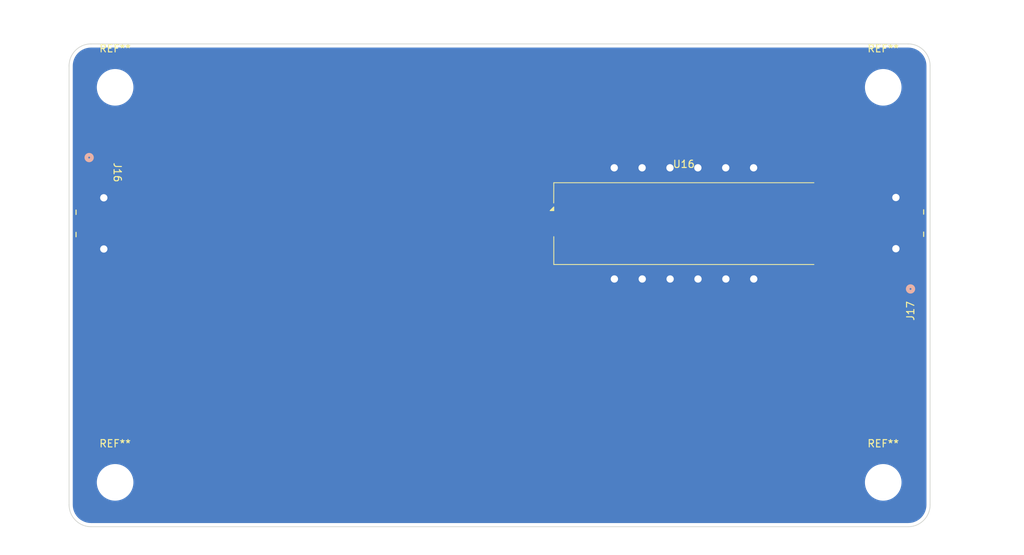
<source format=kicad_pcb>
(kicad_pcb (version 20240108) (generator "pcbnew") (generator_version "8.0")
  (title_block (title "RCA Telescope PCBs") (date "2025-04-29"))
  (layers (0 "F.Cu" signal) (31 "B.Cu" signal) (34 "B.Paste" user) (35 "F.Paste" user) (36 "B.SilkS" user "B.Silkscreen") (37 "F.SilkS" user "F.Silkscreen") (38 "B.Mask" user) (39 "F.Mask" user) (44 "Edge.Cuts" user))
  (net 0 "")
  (net 1 "/Matched SMD Filter/SIGNAL_IN")
  (net 2 "/Matched SMD Filter/SIGNAL_OUT")
  (net 3 "/Matched SMD Filter/GND")
  (footprint "Library:CONN_142-0711-821_CIN" (layer "F.Cu") (at 348.171391 44.497415 90)
    (property "Reference" "J17" (at -12 5 90) (layer "F.SilkS"))
    (property "Value" "ANT")
    (fp_circle (center -9 5) (end -8.619 5) (stroke (width 0.508)) (fill none) (layer "B.SilkS"))
    (fp_line (start 1.22174 6.7945) (end 1.82626 6.7945) (stroke (width 0.1524)) (layer "F.SilkS"))
    (fp_line (start -1.82626 6.7945) (end -1.22174 6.7945) (stroke (width 0.1524)) (layer "F.SilkS"))
    (pad "1" smd rect (at 0 4.953 90) (size 1.778 4.191) (layers "F.Cu" "F.Paste" "F.Mask") (net 2 "/Matched SMD Filter/SIGNAL_OUT"))
    (pad "2" thru_hole circle (at -3.5 3 90) (size 1.4 1.4) (drill 1) (layers "*.Cu" "*.Mask") (net 3 "/Matched SMD Filter/GND"))
    (pad "2" smd rect (at -3.4925 4.953 90) (size 2.667 4.191) (layers "F.Cu" "F.Paste" "F.Mask") (net 3 "/Matched SMD Filter/GND"))
    (pad "2" smd rect (at -3.4925 4.953 90) (size 2.667 4.191) (layers "B.Cu" "B.Paste" "B.Mask") (net 3 "/Matched SMD Filter/GND"))
    (pad "2" smd rect (at 3.4925 4.953 90) (size 2.667 4.191) (layers "F.Cu" "F.Paste" "F.Mask") (net 3 "/Matched SMD Filter/GND"))
    (pad "2" smd rect (at 3.4925 4.953 90) (size 2.667 4.191) (layers "B.Cu" "B.Paste" "B.Mask") (net 3 "/Matched SMD Filter/GND"))
    (pad "2" thru_hole circle (at 3.5 3 90) (size 1.4 1.4) (drill 1) (layers "*.Cu" "*.Mask") (net 3 "/Matched SMD Filter/GND"))
  )
  (footprint "Library:CONN_142-0711-821_CIN" (layer "F.Cu") (at 245.893506 44.536815 -90)
    (property "Reference" "J16" (at -6.970672 1.136731 -90) (layer "F.SilkS"))
    (property "Value" "ANT")
    (fp_circle (center -9 5) (end -8.619 5) (stroke (width 0.508)) (fill none) (layer "B.SilkS"))
    (fp_line (start -1.82626 6.7945) (end -1.22174 6.7945) (stroke (width 0.1524)) (layer "F.SilkS"))
    (fp_line (start 1.22174 6.7945) (end 1.82626 6.7945) (stroke (width 0.1524)) (layer "F.SilkS"))
    (pad "1" smd rect (at 0 4.953 270) (size 1.778 4.191) (layers "F.Cu" "F.Paste" "F.Mask") (net 1 "/Matched SMD Filter/SIGNAL_IN"))
    (pad "2" thru_hole circle (at -3.5 3 270) (size 1.4 1.4) (drill 1) (layers "*.Cu" "*.Mask") (net 3 "/Matched SMD Filter/GND"))
    (pad "2" smd rect (at -3.4925 4.953 270) (size 2.667 4.191) (layers "F.Cu" "F.Paste" "F.Mask") (net 3 "/Matched SMD Filter/GND"))
    (pad "2" smd rect (at -3.4925 4.953 270) (size 2.667 4.191) (layers "B.Cu" "B.Paste" "B.Mask") (net 3 "/Matched SMD Filter/GND"))
    (pad "2" smd rect (at 3.4925 4.953 270) (size 2.667 4.191) (layers "F.Cu" "F.Paste" "F.Mask") (net 3 "/Matched SMD Filter/GND"))
    (pad "2" smd rect (at 3.4925 4.953 270) (size 2.667 4.191) (layers "B.Cu" "B.Paste" "B.Mask") (net 3 "/Matched SMD Filter/GND"))
    (pad "2" thru_hole circle (at 3.5 3 270) (size 1.4 1.4) (drill 1) (layers "*.Cu" "*.Mask") (net 3 "/Matched SMD Filter/GND"))
  )
  (footprint "MountingHole:MountingHole_4.3mm_M4" (layer "F.Cu") (at 244.440506 79.936815)
    (property "Reference" "REF**" (at 0 -5.3 0) (layer "F.SilkS"))
    (property "Value" "MountingHole_4.3mm_M4")
    (pad "" np_thru_hole circle (at 0 0) (size 4.3 4.3) (drill 4.3) (layers "*.Cu" "*.Mask"))
  )
  (footprint "MountingHole:MountingHole_4.3mm_M4" (layer "F.Cu") (at 349.440506 79.936815)
    (property "Reference" "REF**" (at 0 -5.3 0) (layer "F.SilkS"))
    (property "Value" "MountingHole_4.3mm_M4")
    (pad "" np_thru_hole circle (at 0 0) (size 4.3 4.3) (drill 4.3) (layers "*.Cu" "*.Mask"))
  )
  (footprint "RF_Mini-Circuits:Mini-Circuits_HQ1157" (layer "F.Cu") (at 322.186171 44.567121 90)
    (property "Reference" "U16" (at 8.128 0 0) (layer "F.SilkS"))
    (property "Value" "BPF-A1340+")
    (fp_line (start 2.82 -17.79) (end 5.588 -17.78) (stroke (width 0.12)) (layer "F.SilkS"))
    (fp_line (start 5.588 -17.78) (end 5.588 17.78) (stroke (width 0.12)) (layer "F.SilkS"))
    (fp_line (start -5.588 -17.78) (end -1.778 -17.78) (stroke (width 0.12)) (layer "F.SilkS"))
    (fp_line (start -5.588 -17.78) (end -5.588 17.78) (stroke (width 0.12)) (layer "F.SilkS"))
    (fp_poly (pts (xy 1.778 -17.78) (xy 1.778 -18.28) (xy 2.278 -17.78) (xy 1.778 -17.78)) (stroke (width 0.12)) (fill solid) (layer "F.SilkS"))
    (pad "1" smd rect (at 0 -16.256) (size 3.048 2.54) (layers "F.Cu" "F.Paste" "F.Mask") (net 1 "/Matched SMD Filter/SIGNAL_IN"))
    (pad "2" smd rect (at -3.6195 -9.525 180) (size 2.54 3.048) (layers "F.Cu" "F.Paste" "F.Mask") (net 3 "/Matched SMD Filter/GND"))
    (pad "3" smd rect (at -3.6195 -5.715 180) (size 2.54 3.048) (layers "F.Cu" "F.Paste" "F.Mask") (net 3 "/Matched SMD Filter/GND"))
    (pad "4" smd rect (at -3.6195 -1.905 180) (size 2.54 3.048) (layers "F.Cu" "F.Paste" "F.Mask") (net 3 "/Matched SMD Filter/GND"))
    (pad "5" smd rect (at -3.6195 1.905 180) (size 2.54 3.048) (layers "F.Cu" "F.Paste" "F.Mask") (net 3 "/Matched SMD Filter/GND"))
    (pad "6" smd rect (at -3.6195 5.715 180) (size 2.54 3.048) (layers "F.Cu" "F.Paste" "F.Mask") (net 3 "/Matched SMD Filter/GND"))
    (pad "7" smd rect (at -3.6195 9.525 180) (size 2.54 3.048) (layers "F.Cu" "F.Paste" "F.Mask") (net 3 "/Matched SMD Filter/GND"))
    (pad "8" smd rect (at 0 16.256) (size 3.048 2.54) (layers "F.Cu" "F.Paste" "F.Mask") (net 2 "/Matched SMD Filter/SIGNAL_OUT"))
    (pad "9" smd rect (at 3.6195 9.525) (size 2.54 3.048) (layers "F.Cu" "F.Paste" "F.Mask") (net 3 "/Matched SMD Filter/GND"))
    (pad "10" smd rect (at 3.6195 5.715) (size 2.54 3.048) (layers "F.Cu" "F.Paste" "F.Mask") (net 3 "/Matched SMD Filter/GND"))
    (pad "11" smd rect (at 3.6195 1.905) (size 2.54 3.048) (layers "F.Cu" "F.Paste" "F.Mask") (net 3 "/Matched SMD Filter/GND"))
    (pad "12" smd rect (at 3.6195 -1.905) (size 2.54 3.048) (layers "F.Cu" "F.Paste" "F.Mask") (net 3 "/Matched SMD Filter/GND"))
    (pad "13" smd rect (at 3.6195 -5.715) (size 2.54 3.048) (layers "F.Cu" "F.Paste" "F.Mask") (net 3 "/Matched SMD Filter/GND"))
    (pad "14" smd rect (at 3.6195 -9.525) (size 2.54 3.048) (layers "F.Cu" "F.Paste" "F.Mask") (net 3 "/Matched SMD Filter/GND"))
  )
  (footprint "MountingHole:MountingHole_4.3mm_M4" (layer "F.Cu") (at 244.440506 25.936815)
    (property "Reference" "REF**" (at 0 -5.3 0) (layer "F.SilkS"))
    (property "Value" "MountingHole_4.3mm_M4")
    (pad "" np_thru_hole circle (at 0 0) (size 4.3 4.3) (drill 4.3) (layers "*.Cu" "*.Mask"))
  )
  (footprint "Library:Kikit_Board_Label" (layer "F.Cu") (at 248.060506 19.946815)
    (property "Reference" "MSF")
    (property "Value" "Kikit_Board_Label")
  )
  (footprint "MountingHole:MountingHole_4.3mm_M4" (layer "F.Cu") (at 349.440506 25.936815)
    (property "Reference" "REF**" (at 0 -5.3 0) (layer "F.SilkS"))
    (property "Value" "MountingHole_4.3mm_M4")
    (pad "" np_thru_hole circle (at 0 0) (size 4.3 4.3) (drill 4.3) (layers "*.Cu" "*.Mask"))
  )
  (gr_rect (start 311.080506 49.636815) (end 333.400506 53.136815) (fill solid) (layer "F.Cu") (net 3))
  (gr_poly (pts (xy 243.785221 46.220241) (xy 243.785221 42.903001) (xy 238.783961 43.560861) (xy 238.783961 45.562381)) (fill solid) (layer "F.Cu") (net 1))
  (gr_poly (pts (xy 264.910401 42.971581) (xy 264.910401 47.007641) (xy 269.777041 47.007641) (xy 269.777041 42.115601) (xy 267.343721 42.115601) (xy 267.343721 42.971581)) (fill solid) (layer "F.Cu") (net 1))
  (gr_poly (pts (xy 253.784754 42.903879) (xy 243.783931 42.903831) (xy 243.783931 46.219421) (xy 253.784754 46.219469)) (fill solid) (layer "F.Cu") (net 1))
  (gr_poly (pts (xy 304.125461 43.304321) (xy 304.120171 45.827121) (xy 304.410171 45.827121) (xy 304.410171 43.297121)) (fill solid) (layer "F.Cu") (net 1))
  (gr_poly (pts (xy 285.460733 45.925343) (xy 282.769653 45.925343) (xy 282.769801 64.024521) (xy 285.460881 64.024521)) (fill solid) (layer "F.Cu") (net 1))
  (gr_poly (pts (xy 303.95367 46.146564) (xy 301.950277 46.146574) (xy 301.950281 56.635441) (xy 303.953681 56.635441)) (fill solid) (layer "F.Cu") (net 1))
  (gr_poly (pts (xy 269.828161 47.008161) (xy 264.859281 47.008161) (xy 264.859281 55.724401) (xy 269.828161 55.724401)) (fill solid) (layer "F.Cu") (net 1))
  (gr_poly (pts (xy 264.910869 42.079007) (xy 253.784751 42.079011) (xy 253.784751 47.044231) (xy 264.910869 47.044227)) (fill solid) (layer "F.Cu") (net 1))
  (gr_poly (pts (xy 301.781041 42.976661) (xy 301.781041 46.146581) (xy 304.125461 46.146581) (xy 304.125461 43.304321) (xy 302.951981 43.304321) (xy 302.951981 42.976661)) (fill solid) (layer "F.Cu") (net 1))
  (gr_poly (pts (xy 340.250171 43.287121) (xy 339.960171 43.297121) (xy 339.960171 45.837121) (xy 340.250171 45.837121)) (fill solid) (layer "F.Cu") (net 2))
  (gr_poly (pts (xy 350.251441 42.886291) (xy 350.251441 46.203531) (xy 355.250161 45.545671) (xy 355.250161 43.544151)) (fill solid) (layer "F.Cu") (net 2))
  (gr_poly (pts (xy 282.751651 43.366741) (xy 269.776751 43.366741) (xy 269.776751 45.756501) (xy 282.751651 45.756501)) (fill solid) (layer "F.Cu") (net 1))
  (gr_poly (pts (xy 282.751361 43.197641) (xy 282.751361 45.925601) (xy 285.481861 45.925601) (xy 285.481861 43.289081) (xy 284.115341 43.289081) (xy 284.115341 43.197641)) (fill solid) (layer "F.Cu") (net 1))
  (gr_poly (pts (xy 301.781052 43.226126) (xy 285.480181 43.226131) (xy 285.480181 45.897121) (xy 301.781052 45.897116)) (fill solid) (layer "F.Cu") (net 1))
  (gr_rect (start 311.010506 35.936815) (end 333.330506 39.436815) (fill solid) (layer "F.Cu") (net 3))
  (gr_poly (pts (xy 350.251593 42.887035) (xy 340.250171 42.887121) (xy 340.250171 46.202711) (xy 350.251593 46.202625)) (fill solid) (layer "F.Cu") (net 2))
  (gr_arc (start 238.149991 23.000011) (mid 239.028671 20.878687) (end 241.14999 20) (stroke (width 0.1)) (layer "Edge.Cuts"))
  (gr_line (start 238.15001 83.000011) (end 238.149991 23.000011) (stroke (width 0.1)) (layer "Edge.Cuts"))
  (gr_arc (start 241.149991 86.000011) (mid 239.028681 85.121325) (end 238.15001 83.000011) (stroke (width 0.1)) (layer "Edge.Cuts"))
  (gr_arc (start 352.849991 20.000011) (mid 354.971322 20.878685) (end 355.850009 23.00001) (stroke (width 0.1)) (layer "Edge.Cuts"))
  (gr_line (start 241.14999 20) (end 352.849991 20.000011) (stroke (width 0.1)) (layer "Edge.Cuts"))
  (gr_line (start 352.849991 85.999999) (end 241.149991 86.000011) (stroke (width 0.1)) (layer "Edge.Cuts"))
  (gr_arc (start 355.849991 83.000011) (mid 354.971311 85.121328) (end 352.849991 85.999999) (stroke (width 0.1)) (layer "Edge.Cuts"))
  (gr_line (start 355.850009 23.00001) (end 355.849991 83.000011) (stroke (width 0.1)) (layer "Edge.Cuts"))
  (via (at 316.480506 36.936815) (size 1.4) (drill 1) (layers "F.Cu" "B.Cu") (net 3))
  (via (at 320.290506 36.936815) (size 1.4) (drill 1) (layers "F.Cu" "B.Cu") (net 3))
  (via (at 316.500506 52.136815) (size 1.4) (drill 1) (layers "F.Cu" "B.Cu") (net 3))
  (via (at 331.740506 52.136815) (size 1.4) (drill 1) (layers "F.Cu" "B.Cu") (net 3))
  (via (at 312.670506 36.936815) (size 1.4) (drill 1) (layers "F.Cu" "B.Cu") (net 3))
  (via (at 324.120506 52.136815) (size 1.4) (drill 1) (layers "F.Cu" "B.Cu") (net 3))
  (via (at 327.910506 36.936815) (size 1.4) (drill 1) (layers "F.Cu" "B.Cu") (net 3))
  (via (at 320.310506 52.136815) (size 1.4) (drill 1) (layers "F.Cu" "B.Cu") (net 3))
  (via (at 331.720506 36.936815) (size 1.4) (drill 1) (layers "F.Cu" "B.Cu") (net 3))
  (via (at 324.100506 36.936815) (size 1.4) (drill 1) (layers "F.Cu" "B.Cu") (net 3))
  (via (at 327.930506 52.136815) (size 1.4) (drill 1) (layers "F.Cu" "B.Cu") (net 3))
  (via (at 312.690506 52.136815) (size 1.4) (drill 1) (layers "F.Cu" "B.Cu") (net 3))
  (zone (net 3) (net_name "/Matched SMD Filter/GND") (layer "B.Cu") (name "SMDFILTER_GND_FILL") (connect_pads yes (clearance 0.2)) (min_thickness 0.2) (fill yes (thermal_gap 0.5) (thermal_bridge_width 0.5) (island_removal_mode 1) (island_area_min 10))
    (polygon (pts (xy 228.704841 14.907621) (xy 368.704841 14.907621) (xy 368.704841 89.907621) (xy 228.704841 89.907621)))
  )
)
</source>
